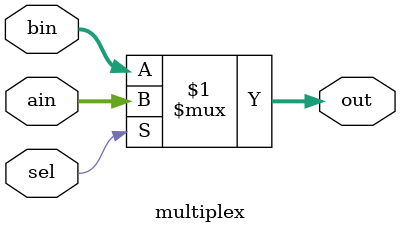
<source format=v>
module multiplex (sel, ain, bin, out);
  parameter n = 8;
  input[n-1:0] ain, bin;
  input sel;
  output[n-1:0] out;
  
  //output based on select
  assign out = sel ? ain : bin;
  
endmodule
</source>
